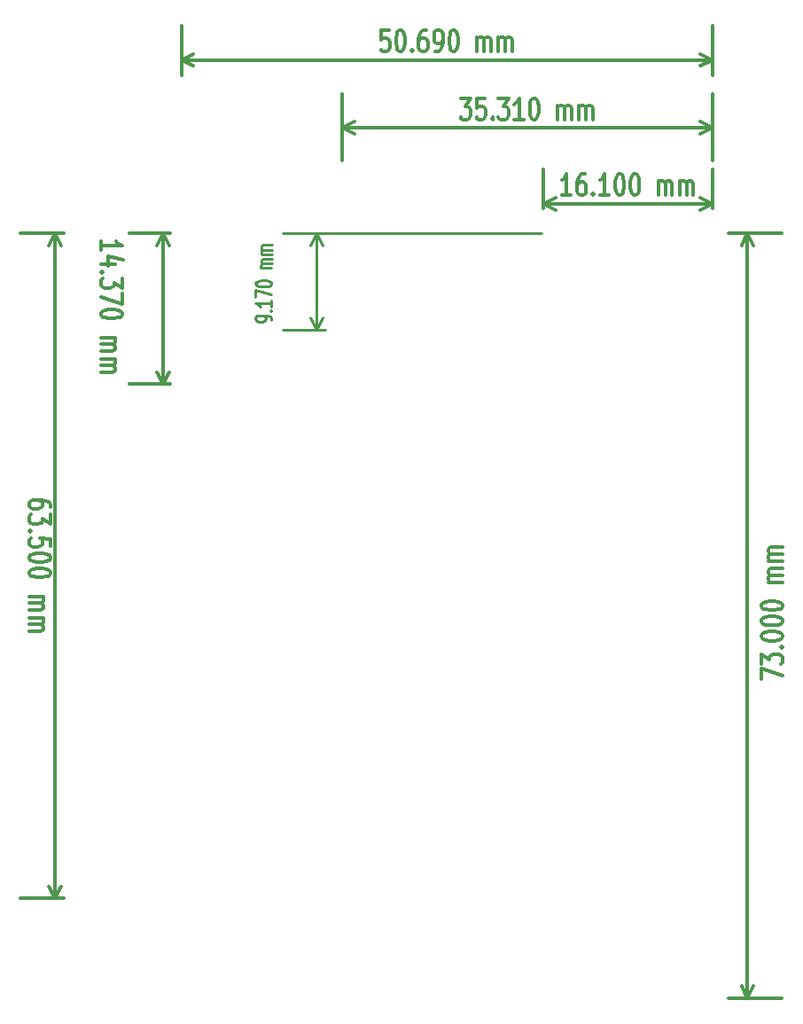
<source format=gbr>
G04 (created by PCBNEW (2013-07-07 BZR 4022)-stable) date 16/09/2013 17:45:25*
%MOIN*%
G04 Gerber Fmt 3.4, Leading zero omitted, Abs format*
%FSLAX34Y34*%
G01*
G70*
G90*
G04 APERTURE LIST*
%ADD10C,0.00590551*%
%ADD11C,0.012*%
%ADD12C,0.01*%
%ADD13C,0.00984252*%
G04 APERTURE END LIST*
G54D10*
G54D11*
X16363Y-32488D02*
X16363Y-32374D01*
X16325Y-32317D01*
X16287Y-32288D01*
X16173Y-32231D01*
X16020Y-32203D01*
X15716Y-32203D01*
X15639Y-32231D01*
X15601Y-32260D01*
X15563Y-32317D01*
X15563Y-32431D01*
X15601Y-32488D01*
X15639Y-32517D01*
X15716Y-32546D01*
X15906Y-32546D01*
X15982Y-32517D01*
X16020Y-32488D01*
X16058Y-32431D01*
X16058Y-32317D01*
X16020Y-32260D01*
X15982Y-32231D01*
X15906Y-32203D01*
X16363Y-32746D02*
X16363Y-33117D01*
X16058Y-32917D01*
X16058Y-33003D01*
X16020Y-33060D01*
X15982Y-33088D01*
X15906Y-33117D01*
X15716Y-33117D01*
X15639Y-33088D01*
X15601Y-33060D01*
X15563Y-33003D01*
X15563Y-32831D01*
X15601Y-32774D01*
X15639Y-32746D01*
X15639Y-33374D02*
X15601Y-33403D01*
X15563Y-33374D01*
X15601Y-33346D01*
X15639Y-33374D01*
X15563Y-33374D01*
X16363Y-33946D02*
X16363Y-33660D01*
X15982Y-33631D01*
X16020Y-33660D01*
X16058Y-33717D01*
X16058Y-33860D01*
X16020Y-33917D01*
X15982Y-33946D01*
X15906Y-33974D01*
X15716Y-33974D01*
X15639Y-33946D01*
X15601Y-33917D01*
X15563Y-33860D01*
X15563Y-33717D01*
X15601Y-33660D01*
X15639Y-33631D01*
X16363Y-34346D02*
X16363Y-34403D01*
X16325Y-34460D01*
X16287Y-34488D01*
X16211Y-34517D01*
X16058Y-34546D01*
X15868Y-34546D01*
X15716Y-34517D01*
X15639Y-34488D01*
X15601Y-34460D01*
X15563Y-34403D01*
X15563Y-34346D01*
X15601Y-34288D01*
X15639Y-34260D01*
X15716Y-34231D01*
X15868Y-34203D01*
X16058Y-34203D01*
X16211Y-34231D01*
X16287Y-34260D01*
X16325Y-34288D01*
X16363Y-34346D01*
X16363Y-34917D02*
X16363Y-34974D01*
X16325Y-35031D01*
X16287Y-35060D01*
X16211Y-35088D01*
X16058Y-35117D01*
X15868Y-35117D01*
X15716Y-35088D01*
X15639Y-35060D01*
X15601Y-35031D01*
X15563Y-34974D01*
X15563Y-34917D01*
X15601Y-34860D01*
X15639Y-34831D01*
X15716Y-34803D01*
X15868Y-34774D01*
X16058Y-34774D01*
X16211Y-34803D01*
X16287Y-34831D01*
X16325Y-34860D01*
X16363Y-34917D01*
X15563Y-35831D02*
X16097Y-35831D01*
X16020Y-35831D02*
X16058Y-35860D01*
X16097Y-35917D01*
X16097Y-36003D01*
X16058Y-36060D01*
X15982Y-36088D01*
X15563Y-36088D01*
X15982Y-36088D02*
X16058Y-36117D01*
X16097Y-36174D01*
X16097Y-36260D01*
X16058Y-36317D01*
X15982Y-36346D01*
X15563Y-36346D01*
X15563Y-36631D02*
X16097Y-36631D01*
X16020Y-36631D02*
X16058Y-36660D01*
X16097Y-36717D01*
X16097Y-36803D01*
X16058Y-36860D01*
X15982Y-36888D01*
X15563Y-36888D01*
X15982Y-36888D02*
X16058Y-36917D01*
X16097Y-36974D01*
X16097Y-37060D01*
X16058Y-37117D01*
X15982Y-37146D01*
X15563Y-37146D01*
X16527Y-22188D02*
X16527Y-47188D01*
X16870Y-22188D02*
X15247Y-22188D01*
X16870Y-47188D02*
X15247Y-47188D01*
X16527Y-47188D02*
X16296Y-46745D01*
X16527Y-47188D02*
X16758Y-46745D01*
X16527Y-22188D02*
X16296Y-22632D01*
X16527Y-22188D02*
X16758Y-22632D01*
X18262Y-22809D02*
X18262Y-22467D01*
X18262Y-22638D02*
X19062Y-22638D01*
X18948Y-22581D01*
X18872Y-22524D01*
X18834Y-22467D01*
X18796Y-23324D02*
X18262Y-23324D01*
X19100Y-23181D02*
X18529Y-23038D01*
X18529Y-23409D01*
X18338Y-23638D02*
X18300Y-23667D01*
X18262Y-23638D01*
X18300Y-23609D01*
X18338Y-23638D01*
X18262Y-23638D01*
X19062Y-23867D02*
X19062Y-24238D01*
X18758Y-24038D01*
X18758Y-24124D01*
X18719Y-24181D01*
X18681Y-24209D01*
X18605Y-24238D01*
X18415Y-24238D01*
X18338Y-24209D01*
X18300Y-24181D01*
X18262Y-24124D01*
X18262Y-23952D01*
X18300Y-23895D01*
X18338Y-23867D01*
X19062Y-24438D02*
X19062Y-24838D01*
X18262Y-24581D01*
X19062Y-25181D02*
X19062Y-25238D01*
X19024Y-25295D01*
X18986Y-25324D01*
X18910Y-25352D01*
X18758Y-25381D01*
X18567Y-25381D01*
X18415Y-25352D01*
X18338Y-25324D01*
X18300Y-25295D01*
X18262Y-25238D01*
X18262Y-25181D01*
X18300Y-25124D01*
X18338Y-25095D01*
X18415Y-25067D01*
X18567Y-25038D01*
X18758Y-25038D01*
X18910Y-25067D01*
X18986Y-25095D01*
X19024Y-25124D01*
X19062Y-25181D01*
X18262Y-26095D02*
X18796Y-26095D01*
X18719Y-26095D02*
X18758Y-26124D01*
X18796Y-26181D01*
X18796Y-26267D01*
X18758Y-26324D01*
X18681Y-26352D01*
X18262Y-26352D01*
X18681Y-26352D02*
X18758Y-26381D01*
X18796Y-26438D01*
X18796Y-26524D01*
X18758Y-26581D01*
X18681Y-26609D01*
X18262Y-26609D01*
X18262Y-26895D02*
X18796Y-26895D01*
X18719Y-26895D02*
X18758Y-26924D01*
X18796Y-26981D01*
X18796Y-27067D01*
X18758Y-27124D01*
X18681Y-27152D01*
X18262Y-27152D01*
X18681Y-27152D02*
X18758Y-27181D01*
X18796Y-27238D01*
X18796Y-27324D01*
X18758Y-27381D01*
X18681Y-27409D01*
X18262Y-27409D01*
X20598Y-22188D02*
X20598Y-27846D01*
X20881Y-22188D02*
X19318Y-22188D01*
X20881Y-27846D02*
X19318Y-27846D01*
X20598Y-27846D02*
X20367Y-27402D01*
X20598Y-27846D02*
X20829Y-27402D01*
X20598Y-22188D02*
X20367Y-22632D01*
X20598Y-22188D02*
X20829Y-22632D01*
G54D12*
X26716Y-22188D02*
X34822Y-22188D01*
G54D13*
X24681Y-25453D02*
X24681Y-25378D01*
X24652Y-25341D01*
X24624Y-25322D01*
X24538Y-25284D01*
X24424Y-25265D01*
X24195Y-25265D01*
X24138Y-25284D01*
X24110Y-25302D01*
X24081Y-25340D01*
X24081Y-25415D01*
X24109Y-25452D01*
X24138Y-25471D01*
X24195Y-25490D01*
X24338Y-25490D01*
X24395Y-25471D01*
X24424Y-25453D01*
X24452Y-25415D01*
X24452Y-25340D01*
X24424Y-25303D01*
X24395Y-25284D01*
X24338Y-25265D01*
X24624Y-25097D02*
X24653Y-25078D01*
X24681Y-25097D01*
X24653Y-25116D01*
X24624Y-25097D01*
X24681Y-25097D01*
X24682Y-24703D02*
X24682Y-24928D01*
X24682Y-24816D02*
X24082Y-24815D01*
X24168Y-24852D01*
X24225Y-24890D01*
X24253Y-24928D01*
X24082Y-24571D02*
X24083Y-24309D01*
X24683Y-24478D01*
X24083Y-24084D02*
X24083Y-24046D01*
X24112Y-24009D01*
X24141Y-23990D01*
X24198Y-23971D01*
X24312Y-23953D01*
X24455Y-23953D01*
X24569Y-23972D01*
X24626Y-23991D01*
X24655Y-24010D01*
X24683Y-24047D01*
X24683Y-24085D01*
X24655Y-24122D01*
X24626Y-24141D01*
X24569Y-24159D01*
X24455Y-24178D01*
X24312Y-24178D01*
X24197Y-24159D01*
X24140Y-24140D01*
X24112Y-24121D01*
X24083Y-24084D01*
X24684Y-23485D02*
X24284Y-23484D01*
X24341Y-23484D02*
X24313Y-23465D01*
X24284Y-23428D01*
X24284Y-23372D01*
X24313Y-23334D01*
X24370Y-23315D01*
X24685Y-23316D01*
X24370Y-23315D02*
X24313Y-23297D01*
X24285Y-23259D01*
X24285Y-23203D01*
X24313Y-23165D01*
X24371Y-23147D01*
X24685Y-23147D01*
X24685Y-22960D02*
X24285Y-22959D01*
X24342Y-22959D02*
X24314Y-22940D01*
X24285Y-22903D01*
X24285Y-22847D01*
X24314Y-22809D01*
X24371Y-22791D01*
X24685Y-22791D01*
X24371Y-22791D02*
X24314Y-22772D01*
X24286Y-22734D01*
X24286Y-22678D01*
X24314Y-22640D01*
X24372Y-22622D01*
X24686Y-22622D01*
X26370Y-22188D02*
X26366Y-25798D01*
X26720Y-22188D02*
X25090Y-22187D01*
X26716Y-25799D02*
X25086Y-25797D01*
X26366Y-25798D02*
X26135Y-25355D01*
X26366Y-25798D02*
X26597Y-25355D01*
X26370Y-22188D02*
X26138Y-22631D01*
X26370Y-22188D02*
X26600Y-22632D01*
G54D11*
X43102Y-38951D02*
X43102Y-38551D01*
X43902Y-38808D01*
X43102Y-38379D02*
X43102Y-38008D01*
X43407Y-38208D01*
X43407Y-38122D01*
X43445Y-38065D01*
X43483Y-38037D01*
X43559Y-38008D01*
X43750Y-38008D01*
X43826Y-38037D01*
X43864Y-38065D01*
X43902Y-38122D01*
X43902Y-38294D01*
X43864Y-38351D01*
X43826Y-38379D01*
X43826Y-37751D02*
X43864Y-37722D01*
X43902Y-37751D01*
X43864Y-37779D01*
X43826Y-37751D01*
X43902Y-37751D01*
X43102Y-37351D02*
X43102Y-37294D01*
X43140Y-37237D01*
X43178Y-37208D01*
X43254Y-37179D01*
X43407Y-37151D01*
X43597Y-37151D01*
X43750Y-37179D01*
X43826Y-37208D01*
X43864Y-37237D01*
X43902Y-37294D01*
X43902Y-37351D01*
X43864Y-37408D01*
X43826Y-37437D01*
X43750Y-37465D01*
X43597Y-37494D01*
X43407Y-37494D01*
X43254Y-37465D01*
X43178Y-37437D01*
X43140Y-37408D01*
X43102Y-37351D01*
X43102Y-36779D02*
X43102Y-36722D01*
X43140Y-36665D01*
X43178Y-36637D01*
X43254Y-36608D01*
X43407Y-36579D01*
X43597Y-36579D01*
X43750Y-36608D01*
X43826Y-36637D01*
X43864Y-36665D01*
X43902Y-36722D01*
X43902Y-36779D01*
X43864Y-36837D01*
X43826Y-36865D01*
X43750Y-36894D01*
X43597Y-36922D01*
X43407Y-36922D01*
X43254Y-36894D01*
X43178Y-36865D01*
X43140Y-36837D01*
X43102Y-36779D01*
X43102Y-36208D02*
X43102Y-36151D01*
X43140Y-36094D01*
X43178Y-36065D01*
X43254Y-36037D01*
X43407Y-36008D01*
X43597Y-36008D01*
X43750Y-36037D01*
X43826Y-36065D01*
X43864Y-36094D01*
X43902Y-36151D01*
X43902Y-36208D01*
X43864Y-36265D01*
X43826Y-36294D01*
X43750Y-36322D01*
X43597Y-36351D01*
X43407Y-36351D01*
X43254Y-36322D01*
X43178Y-36294D01*
X43140Y-36265D01*
X43102Y-36208D01*
X43902Y-35294D02*
X43369Y-35294D01*
X43445Y-35294D02*
X43407Y-35265D01*
X43369Y-35208D01*
X43369Y-35122D01*
X43407Y-35065D01*
X43483Y-35037D01*
X43902Y-35037D01*
X43483Y-35037D02*
X43407Y-35008D01*
X43369Y-34951D01*
X43369Y-34865D01*
X43407Y-34808D01*
X43483Y-34779D01*
X43902Y-34779D01*
X43902Y-34494D02*
X43369Y-34494D01*
X43445Y-34494D02*
X43407Y-34465D01*
X43369Y-34408D01*
X43369Y-34322D01*
X43407Y-34265D01*
X43483Y-34237D01*
X43902Y-34237D01*
X43483Y-34237D02*
X43407Y-34208D01*
X43369Y-34151D01*
X43369Y-34065D01*
X43407Y-34008D01*
X43483Y-33979D01*
X43902Y-33979D01*
X42582Y-50929D02*
X42582Y-22188D01*
X41854Y-50929D02*
X43862Y-50929D01*
X41854Y-22188D02*
X43862Y-22188D01*
X42582Y-22188D02*
X42813Y-22632D01*
X42582Y-22188D02*
X42351Y-22632D01*
X42582Y-50929D02*
X42813Y-50485D01*
X42582Y-50929D02*
X42351Y-50485D01*
X35943Y-20750D02*
X35600Y-20750D01*
X35772Y-20750D02*
X35772Y-19950D01*
X35715Y-20065D01*
X35658Y-20141D01*
X35600Y-20179D01*
X36458Y-19950D02*
X36343Y-19950D01*
X36286Y-19988D01*
X36258Y-20026D01*
X36200Y-20141D01*
X36172Y-20293D01*
X36172Y-20598D01*
X36200Y-20674D01*
X36229Y-20712D01*
X36286Y-20750D01*
X36400Y-20750D01*
X36458Y-20712D01*
X36486Y-20674D01*
X36515Y-20598D01*
X36515Y-20407D01*
X36486Y-20331D01*
X36458Y-20293D01*
X36400Y-20255D01*
X36286Y-20255D01*
X36229Y-20293D01*
X36200Y-20331D01*
X36172Y-20407D01*
X36772Y-20674D02*
X36800Y-20712D01*
X36772Y-20750D01*
X36743Y-20712D01*
X36772Y-20674D01*
X36772Y-20750D01*
X37372Y-20750D02*
X37029Y-20750D01*
X37200Y-20750D02*
X37200Y-19950D01*
X37143Y-20065D01*
X37086Y-20141D01*
X37029Y-20179D01*
X37743Y-19950D02*
X37800Y-19950D01*
X37858Y-19988D01*
X37886Y-20026D01*
X37915Y-20103D01*
X37943Y-20255D01*
X37943Y-20445D01*
X37915Y-20598D01*
X37886Y-20674D01*
X37858Y-20712D01*
X37800Y-20750D01*
X37743Y-20750D01*
X37686Y-20712D01*
X37658Y-20674D01*
X37629Y-20598D01*
X37600Y-20445D01*
X37600Y-20255D01*
X37629Y-20103D01*
X37658Y-20026D01*
X37686Y-19988D01*
X37743Y-19950D01*
X38315Y-19950D02*
X38372Y-19950D01*
X38429Y-19988D01*
X38458Y-20026D01*
X38486Y-20103D01*
X38515Y-20255D01*
X38515Y-20445D01*
X38486Y-20598D01*
X38458Y-20674D01*
X38429Y-20712D01*
X38372Y-20750D01*
X38315Y-20750D01*
X38258Y-20712D01*
X38229Y-20674D01*
X38200Y-20598D01*
X38172Y-20445D01*
X38172Y-20255D01*
X38200Y-20103D01*
X38229Y-20026D01*
X38258Y-19988D01*
X38315Y-19950D01*
X39229Y-20750D02*
X39229Y-20217D01*
X39229Y-20293D02*
X39258Y-20255D01*
X39315Y-20217D01*
X39400Y-20217D01*
X39458Y-20255D01*
X39486Y-20331D01*
X39486Y-20750D01*
X39486Y-20331D02*
X39515Y-20255D01*
X39572Y-20217D01*
X39658Y-20217D01*
X39715Y-20255D01*
X39743Y-20331D01*
X39743Y-20750D01*
X40029Y-20750D02*
X40029Y-20217D01*
X40029Y-20293D02*
X40058Y-20255D01*
X40115Y-20217D01*
X40200Y-20217D01*
X40258Y-20255D01*
X40286Y-20331D01*
X40286Y-20750D01*
X40286Y-20331D02*
X40315Y-20255D01*
X40372Y-20217D01*
X40458Y-20217D01*
X40515Y-20255D01*
X40543Y-20331D01*
X40543Y-20750D01*
X41255Y-21066D02*
X34917Y-21066D01*
X41255Y-21255D02*
X41255Y-19786D01*
X34917Y-21255D02*
X34917Y-19786D01*
X34917Y-21066D02*
X35360Y-20836D01*
X34917Y-21066D02*
X35360Y-21297D01*
X41255Y-21066D02*
X40812Y-20836D01*
X41255Y-21066D02*
X40812Y-21297D01*
X29102Y-14541D02*
X28816Y-14541D01*
X28787Y-14922D01*
X28816Y-14884D01*
X28873Y-14846D01*
X29016Y-14846D01*
X29073Y-14884D01*
X29102Y-14922D01*
X29130Y-14998D01*
X29130Y-15188D01*
X29102Y-15265D01*
X29073Y-15303D01*
X29016Y-15341D01*
X28873Y-15341D01*
X28816Y-15303D01*
X28787Y-15265D01*
X29502Y-14541D02*
X29559Y-14541D01*
X29616Y-14579D01*
X29645Y-14617D01*
X29673Y-14693D01*
X29702Y-14846D01*
X29702Y-15036D01*
X29673Y-15188D01*
X29645Y-15265D01*
X29616Y-15303D01*
X29559Y-15341D01*
X29502Y-15341D01*
X29445Y-15303D01*
X29416Y-15265D01*
X29387Y-15188D01*
X29359Y-15036D01*
X29359Y-14846D01*
X29387Y-14693D01*
X29416Y-14617D01*
X29445Y-14579D01*
X29502Y-14541D01*
X29959Y-15265D02*
X29987Y-15303D01*
X29959Y-15341D01*
X29930Y-15303D01*
X29959Y-15265D01*
X29959Y-15341D01*
X30502Y-14541D02*
X30387Y-14541D01*
X30330Y-14579D01*
X30302Y-14617D01*
X30245Y-14731D01*
X30216Y-14884D01*
X30216Y-15188D01*
X30245Y-15265D01*
X30273Y-15303D01*
X30330Y-15341D01*
X30445Y-15341D01*
X30502Y-15303D01*
X30530Y-15265D01*
X30559Y-15188D01*
X30559Y-14998D01*
X30530Y-14922D01*
X30502Y-14884D01*
X30445Y-14846D01*
X30330Y-14846D01*
X30273Y-14884D01*
X30245Y-14922D01*
X30216Y-14998D01*
X30845Y-15341D02*
X30959Y-15341D01*
X31016Y-15303D01*
X31045Y-15265D01*
X31102Y-15150D01*
X31130Y-14998D01*
X31130Y-14693D01*
X31102Y-14617D01*
X31073Y-14579D01*
X31016Y-14541D01*
X30902Y-14541D01*
X30845Y-14579D01*
X30816Y-14617D01*
X30787Y-14693D01*
X30787Y-14884D01*
X30816Y-14960D01*
X30845Y-14998D01*
X30902Y-15036D01*
X31016Y-15036D01*
X31073Y-14998D01*
X31102Y-14960D01*
X31130Y-14884D01*
X31502Y-14541D02*
X31559Y-14541D01*
X31616Y-14579D01*
X31645Y-14617D01*
X31673Y-14693D01*
X31702Y-14846D01*
X31702Y-15036D01*
X31673Y-15188D01*
X31645Y-15265D01*
X31616Y-15303D01*
X31559Y-15341D01*
X31502Y-15341D01*
X31445Y-15303D01*
X31416Y-15265D01*
X31387Y-15188D01*
X31359Y-15036D01*
X31359Y-14846D01*
X31387Y-14693D01*
X31416Y-14617D01*
X31445Y-14579D01*
X31502Y-14541D01*
X32416Y-15341D02*
X32416Y-14807D01*
X32416Y-14884D02*
X32445Y-14846D01*
X32502Y-14807D01*
X32587Y-14807D01*
X32645Y-14846D01*
X32673Y-14922D01*
X32673Y-15341D01*
X32673Y-14922D02*
X32702Y-14846D01*
X32759Y-14807D01*
X32845Y-14807D01*
X32902Y-14846D01*
X32930Y-14922D01*
X32930Y-15341D01*
X33216Y-15341D02*
X33216Y-14807D01*
X33216Y-14884D02*
X33245Y-14846D01*
X33302Y-14807D01*
X33387Y-14807D01*
X33445Y-14846D01*
X33473Y-14922D01*
X33473Y-15341D01*
X33473Y-14922D02*
X33502Y-14846D01*
X33559Y-14807D01*
X33645Y-14807D01*
X33702Y-14846D01*
X33730Y-14922D01*
X33730Y-15341D01*
X21295Y-15657D02*
X41251Y-15657D01*
X21295Y-16224D02*
X21295Y-14377D01*
X41251Y-16224D02*
X41251Y-14377D01*
X41251Y-15657D02*
X40808Y-15888D01*
X41251Y-15657D02*
X40808Y-15426D01*
X21295Y-15657D02*
X21738Y-15888D01*
X21295Y-15657D02*
X21738Y-15426D01*
X31786Y-17096D02*
X32158Y-17096D01*
X31958Y-17401D01*
X32044Y-17401D01*
X32101Y-17439D01*
X32129Y-17477D01*
X32158Y-17553D01*
X32158Y-17744D01*
X32129Y-17820D01*
X32101Y-17858D01*
X32044Y-17896D01*
X31872Y-17896D01*
X31815Y-17858D01*
X31786Y-17820D01*
X32701Y-17096D02*
X32415Y-17096D01*
X32386Y-17477D01*
X32415Y-17439D01*
X32472Y-17401D01*
X32615Y-17401D01*
X32672Y-17439D01*
X32701Y-17477D01*
X32729Y-17553D01*
X32729Y-17744D01*
X32701Y-17820D01*
X32672Y-17858D01*
X32615Y-17896D01*
X32472Y-17896D01*
X32415Y-17858D01*
X32386Y-17820D01*
X32986Y-17820D02*
X33015Y-17858D01*
X32986Y-17896D01*
X32958Y-17858D01*
X32986Y-17820D01*
X32986Y-17896D01*
X33215Y-17096D02*
X33586Y-17096D01*
X33386Y-17401D01*
X33472Y-17401D01*
X33529Y-17439D01*
X33558Y-17477D01*
X33586Y-17553D01*
X33586Y-17744D01*
X33558Y-17820D01*
X33529Y-17858D01*
X33472Y-17896D01*
X33301Y-17896D01*
X33244Y-17858D01*
X33215Y-17820D01*
X34158Y-17896D02*
X33815Y-17896D01*
X33986Y-17896D02*
X33986Y-17096D01*
X33929Y-17210D01*
X33872Y-17286D01*
X33815Y-17324D01*
X34529Y-17096D02*
X34586Y-17096D01*
X34644Y-17134D01*
X34672Y-17172D01*
X34701Y-17248D01*
X34729Y-17401D01*
X34729Y-17591D01*
X34701Y-17744D01*
X34672Y-17820D01*
X34644Y-17858D01*
X34586Y-17896D01*
X34529Y-17896D01*
X34472Y-17858D01*
X34444Y-17820D01*
X34415Y-17744D01*
X34386Y-17591D01*
X34386Y-17401D01*
X34415Y-17248D01*
X34444Y-17172D01*
X34472Y-17134D01*
X34529Y-17096D01*
X35444Y-17896D02*
X35444Y-17363D01*
X35444Y-17439D02*
X35472Y-17401D01*
X35529Y-17363D01*
X35615Y-17363D01*
X35672Y-17401D01*
X35701Y-17477D01*
X35701Y-17896D01*
X35701Y-17477D02*
X35729Y-17401D01*
X35786Y-17363D01*
X35872Y-17363D01*
X35929Y-17401D01*
X35958Y-17477D01*
X35958Y-17896D01*
X36244Y-17896D02*
X36244Y-17363D01*
X36244Y-17439D02*
X36272Y-17401D01*
X36329Y-17363D01*
X36415Y-17363D01*
X36472Y-17401D01*
X36501Y-17477D01*
X36501Y-17896D01*
X36501Y-17477D02*
X36529Y-17401D01*
X36586Y-17363D01*
X36672Y-17363D01*
X36729Y-17401D01*
X36758Y-17477D01*
X36758Y-17896D01*
X27350Y-18212D02*
X41251Y-18212D01*
X27350Y-19440D02*
X27350Y-16932D01*
X41251Y-19440D02*
X41251Y-16932D01*
X41251Y-18212D02*
X40808Y-18443D01*
X41251Y-18212D02*
X40808Y-17981D01*
X27350Y-18212D02*
X27793Y-18443D01*
X27350Y-18212D02*
X27793Y-17981D01*
M02*

</source>
